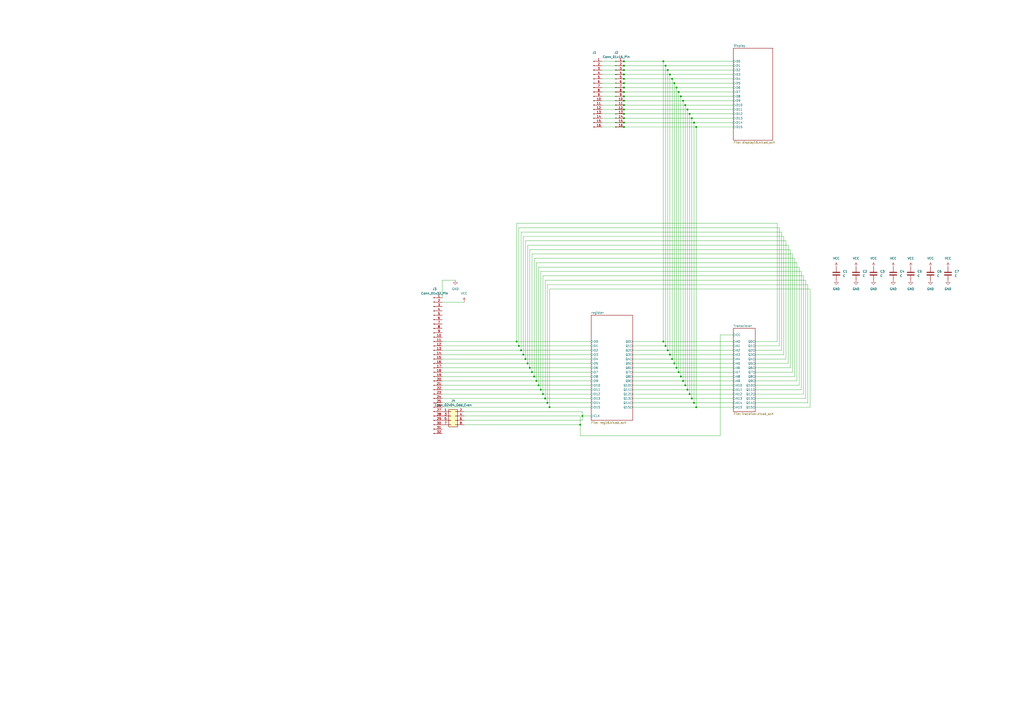
<source format=kicad_sch>
(kicad_sch (version 20231120) (generator "eeschema") (generator_version "8.0")
  (paper "A2")
  (lib_symbols
    (symbol "Connector:Conn_01x16_Pin" (pin_names (offset 1.016) hide)
      (property "Reference" "J" (at 0 20.32 0))
      (property "Value" "Conn_01x16_Pin" (at 0 -22.86 0))
      (symbol "Conn_01x16_Pin_1_1"
        (polyline (pts (xy 1.27 -20.32) (xy 0.8636 -20.32)) (stroke (width 0.1524)))
        (polyline (pts (xy 1.27 -17.78) (xy 0.8636 -17.78)) (stroke (width 0.1524)))
        (polyline (pts (xy 1.27 -15.24) (xy 0.8636 -15.24)) (stroke (width 0.1524)))
        (polyline (pts (xy 1.27 -12.7) (xy 0.8636 -12.7)) (stroke (width 0.1524)))
        (polyline (pts (xy 1.27 -10.16) (xy 0.8636 -10.16)) (stroke (width 0.1524)))
        (polyline (pts (xy 1.27 -7.62) (xy 0.8636 -7.62)) (stroke (width 0.1524)))
        (polyline (pts (xy 1.27 -5.08) (xy 0.8636 -5.08)) (stroke (width 0.1524)))
        (polyline (pts (xy 1.27 -2.54) (xy 0.8636 -2.54)) (stroke (width 0.1524)))
        (polyline (pts (xy 1.27 0) (xy 0.8636 0)) (stroke (width 0.1524)))
        (polyline (pts (xy 1.27 2.54) (xy 0.8636 2.54)) (stroke (width 0.1524)))
        (polyline (pts (xy 1.27 5.08) (xy 0.8636 5.08)) (stroke (width 0.1524)))
        (polyline (pts (xy 1.27 7.62) (xy 0.8636 7.62)) (stroke (width 0.1524)))
        (polyline (pts (xy 1.27 10.16) (xy 0.8636 10.16)) (stroke (width 0.1524)))
        (polyline (pts (xy 1.27 12.7) (xy 0.8636 12.7)) (stroke (width 0.1524)))
        (polyline (pts (xy 1.27 15.24) (xy 0.8636 15.24)) (stroke (width 0.1524)))
        (polyline (pts (xy 1.27 17.78) (xy 0.8636 17.78)) (stroke (width 0.1524)))
        (rectangle (start 0.8636 -20.193) (end 0 -20.447) (stroke (width 0.1524)) (fill (type outline)))
        (rectangle (start 0.8636 -17.653) (end 0 -17.907) (stroke (width 0.1524)) (fill (type outline)))
        (rectangle (start 0.8636 -15.113) (end 0 -15.367) (stroke (width 0.1524)) (fill (type outline)))
        (rectangle (start 0.8636 -12.573) (end 0 -12.827) (stroke (width 0.1524)) (fill (type outline)))
        (rectangle (start 0.8636 -10.033) (end 0 -10.287) (stroke (width 0.1524)) (fill (type outline)))
        (rectangle (start 0.8636 -7.493) (end 0 -7.747) (stroke (width 0.1524)) (fill (type outline)))
        (rectangle (start 0.8636 -4.953) (end 0 -5.207) (stroke (width 0.1524)) (fill (type outline)))
        (rectangle (start 0.8636 -2.413) (end 0 -2.667) (stroke (width 0.1524)) (fill (type outline)))
        (rectangle (start 0.8636 0.127) (end 0 -0.127) (stroke (width 0.1524)) (fill (type outline)))
        (rectangle (start 0.8636 2.667) (end 0 2.413) (stroke (width 0.1524)) (fill (type outline)))
        (rectangle (start 0.8636 5.207) (end 0 4.953) (stroke (width 0.1524)) (fill (type outline)))
        (rectangle (start 0.8636 7.747) (end 0 7.493) (stroke (width 0.1524)) (fill (type outline)))
        (rectangle (start 0.8636 10.287) (end 0 10.033) (stroke (width 0.1524)) (fill (type outline)))
        (rectangle (start 0.8636 12.827) (end 0 12.573) (stroke (width 0.1524)) (fill (type outline)))
        (rectangle (start 0.8636 15.367) (end 0 15.113) (stroke (width 0.1524)) (fill (type outline)))
        (rectangle (start 0.8636 17.907) (end 0 17.653) (stroke (width 0.1524)) (fill (type outline)))
        (pin passive line (at 5.08 17.78 180) (length 3.81) (name "Pin_1") (number "1"))
        (pin passive line (at 5.08 -5.08 180) (length 3.81) (name "Pin_10") (number "10"))
        (pin passive line (at 5.08 -7.62 180) (length 3.81) (name "Pin_11") (number "11"))
        (pin passive line (at 5.08 -10.16 180) (length 3.81) (name "Pin_12") (number "12"))
        (pin passive line (at 5.08 -12.7 180) (length 3.81) (name "Pin_13") (number "13"))
        (pin passive line (at 5.08 -15.24 180) (length 3.81) (name "Pin_14") (number "14"))
        (pin passive line (at 5.08 -17.78 180) (length 3.81) (name "Pin_15") (number "15"))
        (pin passive line (at 5.08 -20.32 180) (length 3.81) (name "Pin_16") (number "16"))
        (pin passive line (at 5.08 15.24 180) (length 3.81) (name "Pin_2") (number "2"))
        (pin passive line (at 5.08 12.7 180) (length 3.81) (name "Pin_3") (number "3"))
        (pin passive line (at 5.08 10.16 180) (length 3.81) (name "Pin_4") (number "4"))
        (pin passive line (at 5.08 7.62 180) (length 3.81) (name "Pin_5") (number "5"))
        (pin passive line (at 5.08 5.08 180) (length 3.81) (name "Pin_6") (number "6"))
        (pin passive line (at 5.08 2.54 180) (length 3.81) (name "Pin_7") (number "7"))
        (pin passive line (at 5.08 0 180) (length 3.81) (name "Pin_8") (number "8"))
        (pin passive line (at 5.08 -2.54 180) (length 3.81) (name "Pin_9") (number "9"))
      )
    )
    (symbol "Connector:Conn_01x32_Pin" (pin_names (offset 1.016) hide)
      (property "Reference" "J" (at 0 40.64 0))
      (property "Value" "Conn_01x32_Pin" (at 0 -43.18 0))
      (symbol "Conn_01x32_Pin_1_1"
        (polyline (pts (xy 1.27 -40.64) (xy 0.8636 -40.64)) (stroke (width 0.1524)))
        (polyline (pts (xy 1.27 -38.1) (xy 0.8636 -38.1)) (stroke (width 0.1524)))
        (polyline (pts (xy 1.27 -35.56) (xy 0.8636 -35.56)) (stroke (width 0.1524)))
        (polyline (pts (xy 1.27 -33.02) (xy 0.8636 -33.02)) (stroke (width 0.1524)))
        (polyline (pts (xy 1.27 -30.48) (xy 0.8636 -30.48)) (stroke (width 0.1524)))
        (polyline (pts (xy 1.27 -27.94) (xy 0.8636 -27.94)) (stroke (width 0.1524)))
        (polyline (pts (xy 1.27 -25.4) (xy 0.8636 -25.4)) (stroke (width 0.1524)))
        (polyline (pts (xy 1.27 -22.86) (xy 0.8636 -22.86)) (stroke (width 0.1524)))
        (polyline (pts (xy 1.27 -20.32) (xy 0.8636 -20.32)) (stroke (width 0.1524)))
        (polyline (pts (xy 1.27 -17.78) (xy 0.8636 -17.78)) (stroke (width 0.1524)))
        (polyline (pts (xy 1.27 -15.24) (xy 0.8636 -15.24)) (stroke (width 0.1524)))
        (polyline (pts (xy 1.27 -12.7) (xy 0.8636 -12.7)) (stroke (width 0.1524)))
        (polyline (pts (xy 1.27 -10.16) (xy 0.8636 -10.16)) (stroke (width 0.1524)))
        (polyline (pts (xy 1.27 -7.62) (xy 0.8636 -7.62)) (stroke (width 0.1524)))
        (polyline (pts (xy 1.27 -5.08) (xy 0.8636 -5.08)) (stroke (width 0.1524)))
        (polyline (pts (xy 1.27 -2.54) (xy 0.8636 -2.54)) (stroke (width 0.1524)))
        (polyline (pts (xy 1.27 0) (xy 0.8636 0)) (stroke (width 0.1524)))
        (polyline (pts (xy 1.27 2.54) (xy 0.8636 2.54)) (stroke (width 0.1524)))
        (polyline (pts (xy 1.27 5.08) (xy 0.8636 5.08)) (stroke (width 0.1524)))
        (polyline (pts (xy 1.27 7.62) (xy 0.8636 7.62)) (stroke (width 0.1524)))
        (polyline (pts (xy 1.27 10.16) (xy 0.8636 10.16)) (stroke (width 0.1524)))
        (polyline (pts (xy 1.27 12.7) (xy 0.8636 12.7)) (stroke (width 0.1524)))
        (polyline (pts (xy 1.27 15.24) (xy 0.8636 15.24)) (stroke (width 0.1524)))
        (polyline (pts (xy 1.27 17.78) (xy 0.8636 17.78)) (stroke (width 0.1524)))
        (polyline (pts (xy 1.27 20.32) (xy 0.8636 20.32)) (stroke (width 0.1524)))
        (polyline (pts (xy 1.27 22.86) (xy 0.8636 22.86)) (stroke (width 0.1524)))
        (polyline (pts (xy 1.27 25.4) (xy 0.8636 25.4)) (stroke (width 0.1524)))
        (polyline (pts (xy 1.27 27.94) (xy 0.8636 27.94)) (stroke (width 0.1524)))
        (polyline (pts (xy 1.27 30.48) (xy 0.8636 30.48)) (stroke (width 0.1524)))
        (polyline (pts (xy 1.27 33.02) (xy 0.8636 33.02)) (stroke (width 0.1524)))
        (polyline (pts (xy 1.27 35.56) (xy 0.8636 35.56)) (stroke (width 0.1524)))
        (polyline (pts (xy 1.27 38.1) (xy 0.8636 38.1)) (stroke (width 0.1524)))
        (rectangle (start 0.8636 -40.513) (end 0 -40.767) (stroke (width 0.1524)) (fill (type outline)))
        (rectangle (start 0.8636 -37.973) (end 0 -38.227) (stroke (width 0.1524)) (fill (type outline)))
        (rectangle (start 0.8636 -35.433) (end 0 -35.687) (stroke (width 0.1524)) (fill (type outline)))
        (rectangle (start 0.8636 -32.893) (end 0 -33.147) (stroke (width 0.1524)) (fill (type outline)))
        (rectangle (start 0.8636 -30.353) (end 0 -30.607) (stroke (width 0.1524)) (fill (type outline)))
        (rectangle (start 0.8636 -27.813) (end 0 -28.067) (stroke (width 0.1524)) (fill (type outline)))
        (rectangle (start 0.8636 -25.273) (end 0 -25.527) (stroke (width 0.1524)) (fill (type outline)))
        (rectangle (start 0.8636 -22.733) (end 0 -22.987) (stroke (width 0.1524)) (fill (type outline)))
        (rectangle (start 0.8636 -20.193) (end 0 -20.447) (stroke (width 0.1524)) (fill (type outline)))
        (rectangle (start 0.8636 -17.653) (end 0 -17.907) (stroke (width 0.1524)) (fill (type outline)))
        (rectangle (start 0.8636 -15.113) (end 0 -15.367) (stroke (width 0.1524)) (fill (type outline)))
        (rectangle (start 0.8636 -12.573) (end 0 -12.827) (stroke (width 0.1524)) (fill (type outline)))
        (rectangle (start 0.8636 -10.033) (end 0 -10.287) (stroke (width 0.1524)) (fill (type outline)))
        (rectangle (start 0.8636 -7.493) (end 0 -7.747) (stroke (width 0.1524)) (fill (type outline)))
        (rectangle (start 0.8636 -4.953) (end 0 -5.207) (stroke (width 0.1524)) (fill (type outline)))
        (rectangle (start 0.8636 -2.413) (end 0 -2.667) (stroke (width 0.1524)) (fill (type outline)))
        (rectangle (start 0.8636 0.127) (end 0 -0.127) (stroke (width 0.1524)) (fill (type outline)))
        (rectangle (start 0.8636 2.667) (end 0 2.413) (stroke (width 0.1524)) (fill (type outline)))
        (rectangle (start 0.8636 5.207) (end 0 4.953) (stroke (width 0.1524)) (fill (type outline)))
        (rectangle (start 0.8636 7.747) (end 0 7.493) (stroke (width 0.1524)) (fill (type outline)))
        (rectangle (start 0.8636 10.287) (end 0 10.033) (stroke (width 0.1524)) (fill (type outline)))
        (rectangle (start 0.8636 12.827) (end 0 12.573) (stroke (width 0.1524)) (fill (type outline)))
        (rectangle (start 0.8636 15.367) (end 0 15.113) (stroke (width 0.1524)) (fill (type outline)))
        (rectangle (start 0.8636 17.907) (end 0 17.653) (stroke (width 0.1524)) (fill (type outline)))
        (rectangle (start 0.8636 20.447) (end 0 20.193) (stroke (width 0.1524)) (fill (type outline)))
        (rectangle (start 0.8636 22.987) (end 0 22.733) (stroke (width 0.1524)) (fill (type outline)))
        (rectangle (start 0.8636 25.527) (end 0 25.273) (stroke (width 0.1524)) (fill (type outline)))
        (rectangle (start 0.8636 28.067) (end 0 27.813) (stroke (width 0.1524)) (fill (type outline)))
        (rectangle (start 0.8636 30.607) (end 0 30.353) (stroke (width 0.1524)) (fill (type outline)))
        (rectangle (start 0.8636 33.147) (end 0 32.893) (stroke (width 0.1524)) (fill (type outline)))
        (rectangle (start 0.8636 35.687) (end 0 35.433) (stroke (width 0.1524)) (fill (type outline)))
        (rectangle (start 0.8636 38.227) (end 0 37.973) (stroke (width 0.1524)) (fill (type outline)))
        (pin passive line (at 5.08 38.1 180) (length 3.81) (name "Pin_1") (number "1"))
        (pin passive line (at 5.08 15.24 180) (length 3.81) (name "Pin_10") (number "10"))
        (pin passive line (at 5.08 12.7 180) (length 3.81) (name "Pin_11") (number "11"))
        (pin passive line (at 5.08 10.16 180) (length 3.81) (name "Pin_12") (number "12"))
        (pin passive line (at 5.08 7.62 180) (length 3.81) (name "Pin_13") (number "13"))
        (pin passive line (at 5.08 5.08 180) (length 3.81) (name "Pin_14") (number "14"))
        (pin passive line (at 5.08 2.54 180) (length 3.81) (name "Pin_15") (number "15"))
        (pin passive line (at 5.08 0 180) (length 3.81) (name "Pin_16") (number "16"))
        (pin passive line (at 5.08 -2.54 180) (length 3.81) (name "Pin_17") (number "17"))
        (pin passive line (at 5.08 -5.08 180) (length 3.81) (name "Pin_18") (number "18"))
        (pin passive line (at 5.08 -7.62 180) (length 3.81) (name "Pin_19") (number "19"))
        (pin passive line (at 5.08 35.56 180) (length 3.81) (name "Pin_2") (number "2"))
        (pin passive line (at 5.08 -10.16 180) (length 3.81) (name "Pin_20") (number "20"))
        (pin passive line (at 5.08 -12.7 180) (length 3.81) (name "Pin_21") (number "21"))
        (pin passive line (at 5.08 -15.24 180) (length 3.81) (name "Pin_22") (number "22"))
        (pin passive line (at 5.08 -17.78 180) (length 3.81) (name "Pin_23") (number "23"))
        (pin passive line (at 5.08 -20.32 180) (length 3.81) (name "Pin_24") (number "24"))
        (pin passive line (at 5.08 -22.86 180) (length 3.81) (name "Pin_25") (number "25"))
        (pin passive line (at 5.08 -25.4 180) (length 3.81) (name "Pin_26") (number "26"))
        (pin passive line (at 5.08 -27.94 180) (length 3.81) (name "Pin_27") (number "27"))
        (pin passive line (at 5.08 -30.48 180) (length 3.81) (name "Pin_28") (number "28"))
        (pin passive line (at 5.08 -33.02 180) (length 3.81) (name "Pin_29") (number "29"))
        (pin passive line (at 5.08 33.02 180) (length 3.81) (name "Pin_3") (number "3"))
        (pin passive line (at 5.08 -35.56 180) (length 3.81) (name "Pin_30") (number "30"))
        (pin passive line (at 5.08 -38.1 180) (length 3.81) (name "Pin_31") (number "31"))
        (pin passive line (at 5.08 -40.64 180) (length 3.81) (name "Pin_32") (number "32"))
        (pin passive line (at 5.08 30.48 180) (length 3.81) (name "Pin_4") (number "4"))
        (pin passive line (at 5.08 27.94 180) (length 3.81) (name "Pin_5") (number "5"))
        (pin passive line (at 5.08 25.4 180) (length 3.81) (name "Pin_6") (number "6"))
        (pin passive line (at 5.08 22.86 180) (length 3.81) (name "Pin_7") (number "7"))
        (pin passive line (at 5.08 20.32 180) (length 3.81) (name "Pin_8") (number "8"))
        (pin passive line (at 5.08 17.78 180) (length 3.81) (name "Pin_9") (number "9"))
      )
    )
    (symbol "Connector_Generic:Conn_02x04_Odd_Even" (pin_names (offset 1.016) hide)
      (property "Reference" "J" (at 1.27 5.08 0))
      (property "Value" "Conn_02x04_Odd_Even" (at 1.27 -7.62 0))
      (symbol "Conn_02x04_Odd_Even_1_1"
        (rectangle (start -1.27 -4.953) (end 0 -5.207) (stroke (width 0.1524)))
        (rectangle (start -1.27 -2.413) (end 0 -2.667) (stroke (width 0.1524)))
        (rectangle (start -1.27 0.127) (end 0 -0.127) (stroke (width 0.1524)))
        (rectangle (start -1.27 2.667) (end 0 2.413) (stroke (width 0.1524)))
        (rectangle (start -1.27 3.81) (end 3.81 -6.35) (stroke (width 0.254)) (fill (type background)))
        (rectangle (start 3.81 -4.953) (end 2.54 -5.207) (stroke (width 0.1524)))
        (rectangle (start 3.81 -2.413) (end 2.54 -2.667) (stroke (width 0.1524)))
        (rectangle (start 3.81 0.127) (end 2.54 -0.127) (stroke (width 0.1524)))
        (rectangle (start 3.81 2.667) (end 2.54 2.413) (stroke (width 0.1524)))
        (pin passive line (at -5.08 2.54 0) (length 3.81) (name "Pin_1") (number "1"))
        (pin passive line (at 7.62 2.54 180) (length 3.81) (name "Pin_2") (number "2"))
        (pin passive line (at -5.08 0 0) (length 3.81) (name "Pin_3") (number "3"))
        (pin passive line (at 7.62 0 180) (length 3.81) (name "Pin_4") (number "4"))
        (pin passive line (at -5.08 -2.54 0) (length 3.81) (name "Pin_5") (number "5"))
        (pin passive line (at 7.62 -2.54 180) (length 3.81) (name "Pin_6") (number "6"))
        (pin passive line (at -5.08 -5.08 0) (length 3.81) (name "Pin_7") (number "7"))
        (pin passive line (at 7.62 -5.08 180) (length 3.81) (name "Pin_8") (number "8"))
      )
    )
    (symbol "Device:C" (pin_numbers hide) (pin_names (offset 0.254))
      (property "Reference" "C" (at 0.635 2.54 0))
      (property "Value" "C" (at 0.635 -2.54 0))
      (symbol "C_0_1"
        (polyline (pts (xy -2.032 -0.762) (xy 2.032 -0.762)) (stroke (width 0.508)))
        (polyline (pts (xy -2.032 0.762) (xy 2.032 0.762)) (stroke (width 0.508)))
      )
      (symbol "C_1_1"
        (pin passive line (at 0 3.81 270) (length 2.794) (name "~") (number "1"))
        (pin passive line (at 0 -3.81 90) (length 2.794) (name "~") (number "2"))
      )
    )
    (symbol "power:GND" (power) (pin_numbers hide) (pin_names (offset 0) hide)
      (property "Value" "GND" (at 0 -3.81 0))
      (symbol "GND_0_1"
        (polyline (pts (xy 0 0) (xy 0 -1.27) (xy 1.27 -1.27) (xy 0 -2.54) (xy -1.27 -1.27) (xy 0 -1.27)))
      )
      (symbol "GND_1_1"
        (pin power_in line (at 0 0 270) (length 0) (name "~") (number "1"))
      )
    )
    (symbol "power:VCC" (power) (pin_numbers hide) (pin_names (offset 0) hide)
      (property "Value" "VCC" (at 0 3.556 0))
      (symbol "VCC_0_1"
        (polyline (pts (xy -0.762 1.27) (xy 0 2.54)))
        (polyline (pts (xy 0 0) (xy 0 2.54)))
        (polyline (pts (xy 0 2.54) (xy 0.762 1.27)))
      )
      (symbol "VCC_1_1"
        (pin power_in line (at 0 0 90) (length 0) (name "~") (number "1"))
      )
    )
  )
  (junction (at 313.69 226.06))
  (junction (at 393.7 53.34))
  (junction (at 308.61 215.9))
  (junction (at 391.16 210.82))
  (junction (at 398.78 63.5))
  (junction (at 361.95 55.88))
  (junction (at 400.05 228.6))
  (junction (at 361.95 50.8))
  (junction (at 397.51 223.52))
  (junction (at 337.82 241.3))
  (junction (at 361.95 48.26))
  (junction (at 361.95 58.42))
  (junction (at 387.35 203.2))
  (junction (at 401.32 68.58))
  (junction (at 394.97 55.88))
  (junction (at 389.89 208.28))
  (junction (at 392.43 213.36))
  (junction (at 361.95 53.34))
  (junction (at 361.95 60.96))
  (junction (at 314.96 228.6))
  (junction (at 402.59 233.68))
  (junction (at 384.81 35.56))
  (junction (at 361.95 68.58))
  (junction (at 361.95 35.56))
  (junction (at 392.43 50.8))
  (junction (at 361.95 73.66))
  (junction (at 388.62 205.74))
  (junction (at 403.86 236.22))
  (junction (at 302.26 203.2))
  (junction (at 361.95 71.12))
  (junction (at 398.78 226.06))
  (junction (at 361.95 63.5))
  (junction (at 389.89 45.72))
  (junction (at 312.42 223.52))
  (junction (at 309.88 218.44))
  (junction (at 386.08 38.1))
  (junction (at 394.97 218.44))
  (junction (at 361.95 45.72))
  (junction (at 299.72 198.12))
  (junction (at 396.24 220.98))
  (junction (at 300.99 200.66))
  (junction (at 391.16 48.26))
  (junction (at 307.34 213.36))
  (junction (at 402.59 71.12))
  (junction (at 361.95 66.04))
  (junction (at 361.95 38.1))
  (junction (at 393.7 215.9))
  (junction (at 386.08 200.66))
  (junction (at 317.5 233.68))
  (junction (at 318.77 236.22))
  (junction (at 397.51 60.96))
  (junction (at 388.62 43.18))
  (junction (at 303.53 205.74))
  (junction (at 384.81 198.12))
  (junction (at 361.95 43.18))
  (junction (at 306.07 210.82))
  (junction (at 311.15 220.98))
  (junction (at 403.86 73.66))
  (junction (at 304.8 208.28))
  (junction (at 396.24 58.42))
  (junction (at 401.32 231.14))
  (junction (at 316.23 231.14))
  (junction (at 336.55 246.38))
  (junction (at 387.35 40.64))
  (junction (at 400.05 66.04))
  (junction (at 361.95 40.64))
  (wire (pts (xy 300.99 132.08) (xy 300.99 200.66)))
  (wire (pts (xy 349.25 63.5) (xy 361.95 63.5)))
  (wire (pts (xy 313.69 226.06) (xy 342.9 226.06)))
  (wire (pts (xy 387.35 203.2) (xy 367.03 203.2)))
  (wire (pts (xy 349.25 48.26) (xy 361.95 48.26)))
  (wire (pts (xy 316.23 162.56) (xy 467.36 162.56)))
  (wire (pts (xy 400.05 228.6) (xy 367.03 228.6)))
  (wire (pts (xy 464.82 226.06) (xy 438.15 226.06)))
  (wire (pts (xy 452.12 200.66) (xy 438.15 200.66)))
  (wire (pts (xy 467.36 162.56) (xy 467.36 231.14)))
  (wire (pts (xy 256.54 200.66) (xy 300.99 200.66)))
  (wire (pts (xy 256.54 205.74) (xy 303.53 205.74)))
  (wire (pts (xy 300.99 200.66) (xy 342.9 200.66)))
  (wire (pts (xy 314.96 160.02) (xy 466.09 160.02)))
  (wire (pts (xy 389.89 208.28) (xy 367.03 208.28)))
  (wire (pts (xy 316.23 162.56) (xy 316.23 231.14)))
  (wire (pts (xy 386.08 38.1) (xy 425.45 38.1)))
  (wire (pts (xy 403.86 236.22) (xy 425.45 236.22)))
  (wire (pts (xy 402.59 71.12) (xy 402.59 233.68)))
  (wire (pts (xy 396.24 58.42) (xy 425.45 58.42)))
  (wire (pts (xy 396.24 220.98) (xy 367.03 220.98)))
  (wire (pts (xy 336.55 252.73) (xy 336.55 246.38)))
  (wire (pts (xy 393.7 53.34) (xy 425.45 53.34)))
  (wire (pts (xy 417.83 252.73) (xy 336.55 252.73)))
  (wire (pts (xy 462.28 220.98) (xy 438.15 220.98)))
  (wire (pts (xy 455.93 139.7) (xy 455.93 208.28)))
  (wire (pts (xy 312.42 223.52) (xy 342.9 223.52)))
  (wire (pts (xy 403.86 73.66) (xy 403.86 236.22)))
  (wire (pts (xy 306.07 210.82) (xy 342.9 210.82)))
  (wire (pts (xy 306.07 142.24) (xy 457.2 142.24)))
  (wire (pts (xy 256.54 233.68) (xy 317.5 233.68)))
  (wire (pts (xy 337.82 238.76) (xy 337.82 241.3)))
  (wire (pts (xy 392.43 213.36) (xy 425.45 213.36)))
  (wire (pts (xy 299.72 129.54) (xy 450.85 129.54)))
  (wire (pts (xy 452.12 132.08) (xy 452.12 200.66)))
  (wire (pts (xy 461.01 149.86) (xy 461.01 218.44)))
  (wire (pts (xy 384.81 198.12) (xy 367.03 198.12)))
  (wire (pts (xy 384.81 35.56) (xy 384.81 198.12)))
  (wire (pts (xy 462.28 152.4) (xy 462.28 220.98)))
  (wire (pts (xy 314.96 160.02) (xy 314.96 228.6)))
  (wire (pts (xy 398.78 63.5) (xy 398.78 226.06)))
  (wire (pts (xy 256.54 223.52) (xy 312.42 223.52)))
  (wire (pts (xy 394.97 55.88) (xy 425.45 55.88)))
  (wire (pts (xy 392.43 50.8) (xy 392.43 213.36)))
  (wire (pts (xy 384.81 198.12) (xy 425.45 198.12)))
  (wire (pts (xy 256.54 215.9) (xy 308.61 215.9)))
  (wire (pts (xy 303.53 137.16) (xy 454.66 137.16)))
  (wire (pts (xy 349.25 45.72) (xy 361.95 45.72)))
  (wire (pts (xy 349.25 35.56) (xy 361.95 35.56)))
  (wire (pts (xy 402.59 71.12) (xy 425.45 71.12)))
  (wire (pts (xy 349.25 60.96) (xy 361.95 60.96)))
  (wire (pts (xy 256.54 231.14) (xy 316.23 231.14)))
  (wire (pts (xy 349.25 53.34) (xy 361.95 53.34)))
  (wire (pts (xy 397.51 223.52) (xy 367.03 223.52)))
  (wire (pts (xy 361.95 48.26) (xy 391.16 48.26)))
  (wire (pts (xy 402.59 233.68) (xy 425.45 233.68)))
  (wire (pts (xy 269.24 241.3) (xy 336.55 241.3)))
  (wire (pts (xy 361.95 71.12) (xy 402.59 71.12)))
  (wire (pts (xy 256.54 236.22) (xy 318.77 236.22)))
  (wire (pts (xy 256.54 175.26) (xy 269.24 175.26)))
  (wire (pts (xy 393.7 215.9) (xy 425.45 215.9)))
  (wire (pts (xy 318.77 167.64) (xy 469.9 167.64)))
  (wire (pts (xy 318.77 167.64) (xy 318.77 236.22)))
  (wire (pts (xy 458.47 213.36) (xy 438.15 213.36)))
  (wire (pts (xy 302.26 134.62) (xy 302.26 203.2)))
  (wire (pts (xy 349.25 68.58) (xy 361.95 68.58)))
  (wire (pts (xy 349.25 38.1) (xy 361.95 38.1)))
  (wire (pts (xy 468.63 165.1) (xy 468.63 233.68)))
  (wire (pts (xy 256.54 198.12) (xy 299.72 198.12)))
  (wire (pts (xy 256.54 218.44) (xy 309.88 218.44)))
  (wire (pts (xy 256.54 172.72) (xy 256.54 162.56)))
  (wire (pts (xy 391.16 48.26) (xy 425.45 48.26)))
  (wire (pts (xy 397.51 60.96) (xy 397.51 223.52)))
  (wire (pts (xy 402.59 233.68) (xy 367.03 233.68)))
  (wire (pts (xy 454.66 205.74) (xy 438.15 205.74)))
  (wire (pts (xy 398.78 63.5) (xy 425.45 63.5)))
  (wire (pts (xy 463.55 223.52) (xy 438.15 223.52)))
  (wire (pts (xy 307.34 144.78) (xy 458.47 144.78)))
  (wire (pts (xy 387.35 40.64) (xy 387.35 203.2)))
  (wire (pts (xy 467.36 231.14) (xy 438.15 231.14)))
  (wire (pts (xy 455.93 208.28) (xy 438.15 208.28)))
  (wire (pts (xy 387.35 40.64) (xy 425.45 40.64)))
  (wire (pts (xy 398.78 226.06) (xy 425.45 226.06)))
  (wire (pts (xy 317.5 165.1) (xy 317.5 233.68)))
  (wire (pts (xy 304.8 139.7) (xy 304.8 208.28)))
  (wire (pts (xy 303.53 137.16) (xy 303.53 205.74)))
  (wire (pts (xy 307.34 213.36) (xy 342.9 213.36)))
  (wire (pts (xy 317.5 165.1) (xy 468.63 165.1)))
  (wire (pts (xy 469.9 236.22) (xy 438.15 236.22)))
  (wire (pts (xy 453.39 134.62) (xy 453.39 203.2)))
  (wire (pts (xy 393.7 215.9) (xy 367.03 215.9)))
  (wire (pts (xy 349.25 71.12) (xy 361.95 71.12)))
  (wire (pts (xy 459.74 147.32) (xy 459.74 215.9)))
  (wire (pts (xy 403.86 236.22) (xy 367.03 236.22)))
  (wire (pts (xy 396.24 58.42) (xy 396.24 220.98)))
  (wire (pts (xy 457.2 142.24) (xy 457.2 210.82)))
  (wire (pts (xy 397.51 223.52) (xy 425.45 223.52)))
  (wire (pts (xy 469.9 167.64) (xy 469.9 236.22)))
  (wire (pts (xy 394.97 218.44) (xy 367.03 218.44)))
  (wire (pts (xy 313.69 157.48) (xy 464.82 157.48)))
  (wire (pts (xy 400.05 228.6) (xy 425.45 228.6)))
  (wire (pts (xy 256.54 162.56) (xy 264.16 162.56)))
  (wire (pts (xy 401.32 68.58) (xy 401.32 231.14)))
  (wire (pts (xy 393.7 53.34) (xy 393.7 215.9)))
  (wire (pts (xy 461.01 218.44) (xy 438.15 218.44)))
  (wire (pts (xy 256.54 226.06) (xy 313.69 226.06)))
  (wire (pts (xy 361.95 45.72) (xy 389.89 45.72)))
  (wire (pts (xy 450.85 129.54) (xy 450.85 198.12)))
  (wire (pts (xy 394.97 218.44) (xy 425.45 218.44)))
  (wire (pts (xy 311.15 152.4) (xy 311.15 220.98)))
  (wire (pts (xy 361.95 73.66) (xy 403.86 73.66)))
  (wire (pts (xy 361.95 35.56) (xy 384.81 35.56)))
  (wire (pts (xy 392.43 213.36) (xy 367.03 213.36)))
  (wire (pts (xy 389.89 208.28) (xy 425.45 208.28)))
  (wire (pts (xy 453.39 203.2) (xy 438.15 203.2)))
  (wire (pts (xy 463.55 154.94) (xy 463.55 223.52)))
  (wire (pts (xy 312.42 154.94) (xy 463.55 154.94)))
  (wire (pts (xy 311.15 220.98) (xy 342.9 220.98)))
  (wire (pts (xy 316.23 231.14) (xy 342.9 231.14)))
  (wire (pts (xy 318.77 236.22) (xy 342.9 236.22)))
  (wire (pts (xy 394.97 55.88) (xy 394.97 218.44)))
  (wire (pts (xy 388.62 43.18) (xy 425.45 43.18)))
  (wire (pts (xy 388.62 205.74) (xy 425.45 205.74)))
  (wire (pts (xy 386.08 200.66) (xy 367.03 200.66)))
  (wire (pts (xy 307.34 144.78) (xy 307.34 213.36)))
  (wire (pts (xy 349.25 55.88) (xy 361.95 55.88)))
  (wire (pts (xy 391.16 210.82) (xy 425.45 210.82)))
  (wire (pts (xy 336.55 241.3) (xy 336.55 246.38)))
  (wire (pts (xy 468.63 233.68) (xy 438.15 233.68)))
  (wire (pts (xy 308.61 147.32) (xy 308.61 215.9)))
  (wire (pts (xy 398.78 226.06) (xy 367.03 226.06)))
  (wire (pts (xy 361.95 63.5) (xy 398.78 63.5)))
  (wire (pts (xy 403.86 73.66) (xy 425.45 73.66)))
  (wire (pts (xy 361.95 60.96) (xy 397.51 60.96)))
  (wire (pts (xy 397.51 60.96) (xy 425.45 60.96)))
  (wire (pts (xy 361.95 50.8) (xy 392.43 50.8)))
  (wire (pts (xy 309.88 149.86) (xy 309.88 218.44)))
  (wire (pts (xy 401.32 231.14) (xy 367.03 231.14)))
  (wire (pts (xy 317.5 233.68) (xy 342.9 233.68)))
  (wire (pts (xy 400.05 66.04) (xy 425.45 66.04)))
  (wire (pts (xy 337.82 243.84) (xy 269.24 243.84)))
  (wire (pts (xy 459.74 215.9) (xy 438.15 215.9)))
  (wire (pts (xy 256.54 203.2) (xy 302.26 203.2)))
  (wire (pts (xy 450.85 198.12) (xy 438.15 198.12)))
  (wire (pts (xy 309.88 218.44) (xy 342.9 218.44)))
  (wire (pts (xy 361.95 58.42) (xy 396.24 58.42)))
  (wire (pts (xy 458.47 144.78) (xy 458.47 213.36)))
  (wire (pts (xy 256.54 213.36) (xy 307.34 213.36)))
  (wire (pts (xy 302.26 203.2) (xy 342.9 203.2)))
  (wire (pts (xy 256.54 220.98) (xy 311.15 220.98)))
  (wire (pts (xy 313.69 157.48) (xy 313.69 226.06)))
  (wire (pts (xy 401.32 231.14) (xy 425.45 231.14)))
  (wire (pts (xy 396.24 220.98) (xy 425.45 220.98)))
  (wire (pts (xy 349.25 50.8) (xy 361.95 50.8)))
  (wire (pts (xy 361.95 68.58) (xy 401.32 68.58)))
  (wire (pts (xy 299.72 198.12) (xy 342.9 198.12)))
  (wire (pts (xy 304.8 208.28) (xy 342.9 208.28)))
  (wire (pts (xy 337.82 243.84) (xy 337.82 241.3)))
  (wire (pts (xy 391.16 48.26) (xy 391.16 210.82)))
  (wire (pts (xy 417.83 194.31) (xy 425.45 194.31)))
  (wire (pts (xy 361.95 38.1) (xy 386.08 38.1)))
  (wire (pts (xy 256.54 208.28) (xy 304.8 208.28)))
  (wire (pts (xy 256.54 210.82) (xy 306.07 210.82)))
  (wire (pts (xy 299.72 129.54) (xy 299.72 198.12)))
  (wire (pts (xy 308.61 147.32) (xy 459.74 147.32)))
  (wire (pts (xy 400.05 66.04) (xy 400.05 228.6)))
  (wire (pts (xy 386.08 38.1) (xy 386.08 200.66)))
  (wire (pts (xy 308.61 215.9) (xy 342.9 215.9)))
  (wire (pts (xy 311.15 152.4) (xy 462.28 152.4)))
  (wire (pts (xy 269.24 238.76) (xy 337.82 238.76)))
  (wire (pts (xy 361.95 66.04) (xy 400.05 66.04)))
  (wire (pts (xy 417.83 194.31) (xy 417.83 252.73)))
  (wire (pts (xy 466.09 160.02) (xy 466.09 228.6)))
  (wire (pts (xy 309.88 149.86) (xy 461.01 149.86)))
  (wire (pts (xy 361.95 43.18) (xy 388.62 43.18)))
  (wire (pts (xy 384.81 35.56) (xy 425.45 35.56)))
  (wire (pts (xy 349.25 66.04) (xy 361.95 66.04)))
  (wire (pts (xy 304.8 139.7) (xy 455.93 139.7)))
  (wire (pts (xy 336.55 246.38) (xy 269.24 246.38)))
  (wire (pts (xy 256.54 228.6) (xy 314.96 228.6)))
  (wire (pts (xy 300.99 132.08) (xy 452.12 132.08)))
  (wire (pts (xy 389.89 45.72) (xy 425.45 45.72)))
  (wire (pts (xy 391.16 210.82) (xy 367.03 210.82)))
  (wire (pts (xy 349.25 73.66) (xy 361.95 73.66)))
  (wire (pts (xy 401.32 68.58) (xy 425.45 68.58)))
  (wire (pts (xy 454.66 137.16) (xy 454.66 205.74)))
  (wire (pts (xy 349.25 43.18) (xy 361.95 43.18)))
  (wire (pts (xy 464.82 157.48) (xy 464.82 226.06)))
  (wire (pts (xy 361.95 55.88) (xy 394.97 55.88)))
  (wire (pts (xy 387.35 203.2) (xy 425.45 203.2)))
  (wire (pts (xy 466.09 228.6) (xy 438.15 228.6)))
  (wire (pts (xy 457.2 210.82) (xy 438.15 210.82)))
  (wire (pts (xy 388.62 205.74) (xy 367.03 205.74)))
  (wire (pts (xy 349.25 40.64) (xy 361.95 40.64)))
  (wire (pts (xy 314.96 228.6) (xy 342.9 228.6)))
  (wire (pts (xy 386.08 200.66) (xy 425.45 200.66)))
  (wire (pts (xy 337.82 241.3) (xy 342.9 241.3)))
  (wire (pts (xy 392.43 50.8) (xy 425.45 50.8)))
  (wire (pts (xy 349.25 58.42) (xy 361.95 58.42)))
  (wire (pts (xy 361.95 40.64) (xy 387.35 40.64)))
  (wire (pts (xy 361.95 53.34) (xy 393.7 53.34)))
  (wire (pts (xy 388.62 43.18) (xy 388.62 205.74)))
  (wire (pts (xy 312.42 154.94) (xy 312.42 223.52)))
  (wire (pts (xy 389.89 45.72) (xy 389.89 208.28)))
  (wire (pts (xy 302.26 134.62) (xy 453.39 134.62)))
  (wire (pts (xy 306.07 142.24) (xy 306.07 210.82)))
  (wire (pts (xy 303.53 205.74) (xy 342.9 205.74)))
  (symbol (lib_id "power:GND") (at 496.57 162.56 0) (unit 1)
    (property "Reference" "#PWR010" (effects (hide yes)))
    (property "Value" "GND" (at 496.57 167.64 0))
    (property "Description" "Power symbol creates a global label with name \"GND\" , ground" (effects (hide yes)))
  )
  (symbol (lib_id "Device:C") (at 528.32 158.75 0) (unit 1)
    (property "Reference" "C5" (at 532.13 157.4799 0) (effects (justify left)))
    (property "Value" "C" (at 532.13 160.0199 0) (effects (justify left)))
    (property "Footprint" "Capacitor_SMD:C_0805_2012Metric" (effects (hide yes)))
    (property "Description" "Unpolarized capacitor" (effects (hide yes)))
  )
  (symbol (lib_id "Connector:Conn_01x16_Pin") (at 344.17 53.34 0) (unit 1)
    (property "Reference" "J1" (at 344.805 30.48 0))
    (property "Value" "Conn_01x16_Pin" (effects (hide yes)))
    (property "Footprint" "Connector_PinSocket_2.54mm:PinSocket_1x16_P2.54mm_Vertical" (effects (hide yes)))
    (property "Description" "Generic connector, single row, 01x16, script generated" (effects (hide yes)))
  )
  (symbol (lib_id "Device:C") (at 549.91 158.75 0) (unit 1)
    (property "Reference" "C7" (at 553.72 157.4799 0) (effects (justify left)))
    (property "Value" "C" (at 553.72 160.0199 0) (effects (justify left)))
    (property "Footprint" "Capacitor_SMD:C_0805_2012Metric" (effects (hide yes)))
    (property "Description" "Unpolarized capacitor" (effects (hide yes)))
  )
  (symbol (lib_id "power:GND") (at 506.73 162.56 0) (unit 1)
    (property "Reference" "#PWR011" (effects (hide yes)))
    (property "Value" "GND" (at 506.73 167.64 0))
    (property "Description" "Power symbol creates a global label with name \"GND\" , ground" (effects (hide yes)))
  )
  (symbol (lib_id "Device:C") (at 518.16 158.75 0) (unit 1)
    (property "Reference" "C4" (at 521.97 157.4799 0) (effects (justify left)))
    (property "Value" "C" (at 521.97 160.0199 0) (effects (justify left)))
    (property "Footprint" "Capacitor_SMD:C_0805_2012Metric" (effects (hide yes)))
    (property "Description" "Unpolarized capacitor" (effects (hide yes)))
  )
  (symbol (lib_id "power:VCC") (at 496.57 154.94 0) (unit 1)
    (property "Reference" "#PWR02" (effects (hide yes)))
    (property "Value" "VCC" (at 496.57 149.86 0))
    (property "Description" "Power symbol creates a global label with name \"VCC\"" (effects (hide yes)))
  )
  (symbol (lib_id "power:VCC") (at 549.91 154.94 0) (unit 1)
    (property "Reference" "#PWR07" (effects (hide yes)))
    (property "Value" "VCC" (at 549.91 149.86 0))
    (property "Description" "Power symbol creates a global label with name \"VCC\"" (effects (hide yes)))
  )
  (symbol (lib_id "power:GND") (at 264.16 162.56 0) (unit 1)
    (property "Reference" "#PWR08" (effects (hide yes)))
    (property "Value" "GND" (at 264.16 167.64 0))
    (property "Description" "Power symbol creates a global label with name \"GND\" , ground" (effects (hide yes)))
  )
  (symbol (lib_id "power:GND") (at 528.32 162.56 0) (unit 1)
    (property "Reference" "#PWR013" (effects (hide yes)))
    (property "Value" "GND" (at 528.32 167.64 0))
    (property "Description" "Power symbol creates a global label with name \"GND\" , ground" (effects (hide yes)))
  )
  (symbol (lib_id "power:GND") (at 518.16 162.56 0) (unit 1)
    (property "Reference" "#PWR012" (effects (hide yes)))
    (property "Value" "GND" (at 518.16 167.64 0))
    (property "Description" "Power symbol creates a global label with name \"GND\" , ground" (effects (hide yes)))
  )
  (symbol (lib_id "power:VCC") (at 506.73 154.94 0) (unit 1)
    (property "Reference" "#PWR03" (effects (hide yes)))
    (property "Value" "VCC" (at 506.73 149.86 0))
    (property "Description" "Power symbol creates a global label with name \"VCC\"" (effects (hide yes)))
  )
  (symbol (lib_id "Connector:Conn_01x32_Pin") (at 251.46 210.82 0) (unit 1)
    (property "Reference" "J3" (at 252.095 167.64 0))
    (property "Value" "Conn_01x32_Pin" (at 252.095 170.18 0))
    (property "Footprint" "Connector_PinHeader_2.54mm:PinHeader_1x32_P2.54mm_Horizontal" (effects (hide yes)))
    (property "Description" "Generic connector, single row, 01x32, script generated" (effects (hide yes)))
  )
  (symbol (lib_id "power:GND") (at 539.75 162.56 0) (unit 1)
    (property "Reference" "#PWR014" (effects (hide yes)))
    (property "Value" "GND" (at 539.75 167.64 0))
    (property "Description" "Power symbol creates a global label with name \"GND\" , ground" (effects (hide yes)))
  )
  (symbol (lib_id "power:VCC") (at 269.24 175.26 0) (unit 1)
    (property "Reference" "#PWR016" (effects (hide yes)))
    (property "Value" "VCC" (at 269.24 170.18 0))
    (property "Description" "Power symbol creates a global label with name \"VCC\"" (effects (hide yes)))
  )
  (symbol (lib_id "power:VCC") (at 485.14 154.94 0) (unit 1)
    (property "Reference" "#PWR01" (effects (hide yes)))
    (property "Value" "VCC" (at 485.14 149.86 0))
    (property "Description" "Power symbol creates a global label with name \"VCC\"" (effects (hide yes)))
  )
  (symbol (lib_id "power:GND") (at 549.91 162.56 0) (unit 1)
    (property "Reference" "#PWR015" (effects (hide yes)))
    (property "Value" "GND" (at 549.91 167.64 0))
    (property "Description" "Power symbol creates a global label with name \"GND\" , ground" (effects (hide yes)))
  )
  (symbol (lib_id "Device:C") (at 506.73 158.75 0) (unit 1)
    (property "Reference" "C3" (at 510.54 157.4799 0) (effects (justify left)))
    (property "Value" "C" (at 510.54 160.0199 0) (effects (justify left)))
    (property "Footprint" "Capacitor_SMD:C_0805_2012Metric" (effects (hide yes)))
    (property "Description" "Unpolarized capacitor" (effects (hide yes)))
  )
  (symbol (lib_id "power:GND") (at 485.14 162.56 0) (unit 1)
    (property "Reference" "#PWR09" (effects (hide yes)))
    (property "Value" "GND" (at 485.14 167.64 0))
    (property "Description" "Power symbol creates a global label with name \"GND\" , ground" (effects (hide yes)))
  )
  (symbol (lib_id "Connector_Generic:Conn_02x04_Odd_Even") (at 261.62 241.3 0) (unit 1)
    (property "Reference" "J4" (at 262.89 232.41 0))
    (property "Value" "Conn_02x04_Odd_Even" (at 262.89 234.95 0))
    (property "Footprint" "Connector_PinSocket_2.54mm:PinSocket_2x04_P2.54mm_Vertical" (effects (hide yes)))
    (property "Description" "Generic connector, double row, 02x04, odd/even pin numbering scheme (row 1 odd numbers, row 2 even numbers), script generated (kicad-library-utils/schlib/autogen/connector/)" (effects (hide yes)))
  )
  (symbol (lib_id "Device:C") (at 539.75 158.75 0) (unit 1)
    (property "Reference" "C6" (at 543.56 157.4799 0) (effects (justify left)))
    (property "Value" "C" (at 543.56 160.0199 0) (effects (justify left)))
    (property "Footprint" "Capacitor_SMD:C_0805_2012Metric" (effects (hide yes)))
    (property "Description" "Unpolarized capacitor" (effects (hide yes)))
  )
  (symbol (lib_id "Connector:Conn_01x16_Pin") (at 356.87 53.34 0) (unit 1)
    (property "Reference" "J2" (at 357.505 30.48 0))
    (property "Value" "Conn_01x16_Pin" (at 357.505 33.02 0))
    (property "Footprint" "Connector_PinSocket_2.54mm:PinSocket_1x16_P2.54mm_Vertical" (effects (hide yes)))
    (property "Description" "Generic connector, single row, 01x16, script generated" (effects (hide yes)))
  )
  (symbol (lib_id "Device:C") (at 485.14 158.75 0) (unit 1)
    (property "Reference" "C1" (at 488.95 157.4799 0) (effects (justify left)))
    (property "Value" "C" (at 488.95 160.0199 0) (effects (justify left)))
    (property "Footprint" "Capacitor_SMD:C_0805_2012Metric" (effects (hide yes)))
    (property "Description" "Unpolarized capacitor" (effects (hide yes)))
  )
  (symbol (lib_id "power:VCC") (at 539.75 154.94 0) (unit 1)
    (property "Reference" "#PWR06" (effects (hide yes)))
    (property "Value" "VCC" (at 539.75 149.86 0))
    (property "Description" "Power symbol creates a global label with name \"VCC\"" (effects (hide yes)))
  )
  (symbol (lib_id "power:VCC") (at 528.32 154.94 0) (unit 1)
    (property "Reference" "#PWR05" (effects (hide yes)))
    (property "Value" "VCC" (at 528.32 149.86 0))
    (property "Description" "Power symbol creates a global label with name \"VCC\"" (effects (hide yes)))
  )
  (symbol (lib_id "Device:C") (at 496.57 158.75 0) (unit 1)
    (property "Reference" "C2" (at 500.38 157.4799 0) (effects (justify left)))
    (property "Value" "C" (at 500.38 160.0199 0) (effects (justify left)))
    (property "Footprint" "Capacitor_SMD:C_0805_2012Metric" (effects (hide yes)))
    (property "Description" "Unpolarized capacitor" (effects (hide yes)))
  )
  (symbol (lib_id "power:VCC") (at 518.16 154.94 0) (unit 1)
    (property "Reference" "#PWR04" (effects (hide yes)))
    (property "Value" "VCC" (at 518.16 149.86 0))
    (property "Description" "Power symbol creates a global label with name \"VCC\"" (effects (hide yes)))
  )
  (sheet (at 342.9 182.88) (size 24.13 60.96) (stroke (width 0.1524))
    (property "Sheetname" "register" (at 342.9 182.1684 0) (effects (justify left bottom)))
    (property "Sheetfile" "reg16.kicad_sch" (at 342.9 244.4246 0) (effects (justify left top)))
    (pin "D13" input (at 342.9 231.14 180))
    (pin "D14" input (at 342.9 233.68 180))
    (pin "D12" input (at 342.9 228.6 180))
    (pin "D11" input (at 342.9 226.06 180))
    (pin "D10" input (at 342.9 223.52 180))
    (pin "D9" input (at 342.9 220.98 180))
    (pin "D8" input (at 342.9 218.44 180))
    (pin "Q14" output (at 367.03 233.68 0))
    (pin "Q15" output (at 367.03 236.22 0))
    (pin "Q13" output (at 367.03 231.14 0))
    (pin "Q12" output (at 367.03 228.6 0))
    (pin "Q11" output (at 367.03 226.06 0))
    (pin "Q9" output (at 367.03 220.98 0))
    (pin "Q8" output (at 367.03 218.44 0))
    (pin "Q10" output (at 367.03 223.52 0))
    (pin "D15" input (at 342.9 236.22 180))
    (pin "CLK" input (at 342.9 241.3 180))
    (pin "D7" input (at 342.9 215.9 180))
    (pin "D5" input (at 342.9 210.82 180))
    (pin "D4" input (at 342.9 208.28 180))
    (pin "D6" input (at 342.9 213.36 180))
    (pin "D1" input (at 342.9 200.66 180))
    (pin "D3" input (at 342.9 205.74 180))
    (pin "D2" input (at 342.9 203.2 180))
    (pin "D0" input (at 342.9 198.12 180))
    (pin "Q4" output (at 367.03 208.28 0))
    (pin "Q3" output (at 367.03 205.74 0))
    (pin "Q0" output (at 367.03 198.12 0))
    (pin "Q2" output (at 367.03 203.2 0))
    (pin "Q1" output (at 367.03 200.66 0))
    (pin "Q6" output (at 367.03 213.36 0))
    (pin "Q7" output (at 367.03 215.9 0))
    (pin "Q5" output (at 367.03 210.82 0))
  )
  (sheet (at 425.45 27.94) (size 22.86 53.34) (stroke (width 0.1524))
    (property "Sheetname" "Display" (at 425.45 27.2284 0) (effects (justify left bottom)))
    (property "Sheetfile" "display16.kicad_sch" (at 425.45 81.8646 0) (effects (justify left top)))
    (pin "D4" input (at 425.45 45.72 180))
    (pin "D5" input (at 425.45 48.26 180))
    (pin "D2" input (at 425.45 40.64 180))
    (pin "D3" input (at 425.45 43.18 180))
    (pin "D0" input (at 425.45 35.56 180))
    (pin "D1" input (at 425.45 38.1 180))
    (pin "D10" input (at 425.45 60.96 180))
    (pin "D11" input (at 425.45 63.5 180))
    (pin "D6" input (at 425.45 50.8 180))
    (pin "D7" input (at 425.45 53.34 180))
    (pin "D8" input (at 425.45 55.88 180))
    (pin "D9" input (at 425.45 58.42 180))
    (pin "D12" input (at 425.45 66.04 180))
    (pin "D14" input (at 425.45 71.12 180))
    (pin "D15" input (at 425.45 73.66 180))
    (pin "D13" input (at 425.45 68.58 180))
  )
  (sheet (at 425.45 190.5) (size 12.7 48.26) (stroke (width 0.1524))
    (property "Sheetname" "Transciever" (at 425.45 189.7884 0) (effects (justify left bottom)))
    (property "Sheetfile" "traceiver.kicad_sch" (at 425.45 239.3446 0) (effects (justify left top)))
    (pin "Q14" output (at 438.15 233.68 0))
    (pin "Q13" output (at 438.15 231.14 0))
    (pin "Q12" output (at 438.15 228.6 0))
    (pin "Q15" output (at 438.15 236.22 0))
    (pin "Q8" output (at 438.15 218.44 0))
    (pin "Q10" output (at 438.15 223.52 0))
    (pin "Q9" output (at 438.15 220.98 0))
    (pin "Q11" output (at 438.15 226.06 0))
    (pin "A8" input (at 425.45 218.44 180))
    (pin "A13" input (at 425.45 231.14 180))
    (pin "A14" input (at 425.45 233.68 180))
    (pin "A15" input (at 425.45 236.22 180))
    (pin "A12" input (at 425.45 228.6 180))
    (pin "A9" input (at 425.45 220.98 180))
    (pin "A10" input (at 425.45 223.52 180))
    (pin "A11" input (at 425.45 226.06 180))
    (pin "A0" input (at 425.45 198.12 180))
    (pin "Q0" output (at 438.15 198.12 0))
    (pin "Q2" output (at 438.15 203.2 0))
    (pin "Q1" output (at 438.15 200.66 0))
    (pin "Q3" output (at 438.15 205.74 0))
    (pin "Q5" output (at 438.15 210.82 0))
    (pin "Q6" output (at 438.15 213.36 0))
    (pin "Q4" output (at 438.15 208.28 0))
    (pin "Q7" output (at 438.15 215.9 0))
    (pin "A2" input (at 425.45 203.2 180))
    (pin "A4" input (at 425.45 208.28 180))
    (pin "A3" input (at 425.45 205.74 180))
    (pin "A5" input (at 425.45 210.82 180))
    (pin "A6" input (at 425.45 213.36 180))
    (pin "CE" input (at 425.45 194.31 180))
    (pin "A7" input (at 425.45 215.9 180))
    (pin "A1" input (at 425.45 200.66 180))
  )
)
</source>
